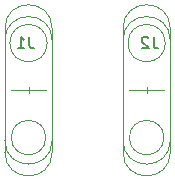
<source format=gbr>
%TF.GenerationSoftware,KiCad,Pcbnew,5.1.9+dfsg1-1+deb11u1*%
%TF.CreationDate,2023-07-29T18:46:00+09:00*%
%TF.ProjectId,probe-mount,70726f62-652d-46d6-9f75-6e742e6b6963,rev?*%
%TF.SameCoordinates,Original*%
%TF.FileFunction,Legend,Bot*%
%TF.FilePolarity,Positive*%
%FSLAX46Y46*%
G04 Gerber Fmt 4.6, Leading zero omitted, Abs format (unit mm)*
G04 Created by KiCad (PCBNEW 5.1.9+dfsg1-1+deb11u1) date 2023-07-29 18:46:00*
%MOMM*%
%LPD*%
G01*
G04 APERTURE LIST*
%ADD10C,0.120000*%
%ADD11C,0.150000*%
G04 APERTURE END LIST*
D10*
%TO.C,J1*%
X142500000Y-124750000D02*
X142500000Y-125250000D01*
X141000000Y-125000000D02*
X144000000Y-125000000D01*
X144500000Y-130250000D02*
X144500000Y-119750000D01*
X140500000Y-130250000D02*
X140500000Y-119750000D01*
X144081139Y-121000000D02*
G75*
G03*
X144081139Y-121000000I-1581139J0D01*
G01*
X143957738Y-129000000D02*
G75*
G03*
X143957738Y-129000000I-1457738J0D01*
G01*
X140500000Y-130250000D02*
G75*
G03*
X144500000Y-130250000I2000000J0D01*
G01*
X140500000Y-129250000D02*
G75*
G03*
X144500000Y-129250000I2000000J0D01*
G01*
X144500000Y-119750000D02*
G75*
G03*
X140500000Y-119750000I-2000000J0D01*
G01*
X144500000Y-120750000D02*
G75*
G03*
X140500000Y-120750000I-2000000J0D01*
G01*
%TO.C,J2*%
X153957738Y-129000000D02*
G75*
G03*
X153957738Y-129000000I-1457738J0D01*
G01*
X154081139Y-121000000D02*
G75*
G03*
X154081139Y-121000000I-1581139J0D01*
G01*
X150500000Y-130250000D02*
X150500000Y-119750000D01*
X154500000Y-130250000D02*
X154500000Y-119750000D01*
X151000000Y-125000000D02*
X154000000Y-125000000D01*
X152500000Y-124750000D02*
X152500000Y-125250000D01*
X154500000Y-120750000D02*
G75*
G03*
X150500000Y-120750000I-2000000J0D01*
G01*
X154500000Y-119750000D02*
G75*
G03*
X150500000Y-119750000I-2000000J0D01*
G01*
X150500000Y-129250000D02*
G75*
G03*
X154500000Y-129250000I2000000J0D01*
G01*
X150500000Y-130250000D02*
G75*
G03*
X154500000Y-130250000I2000000J0D01*
G01*
%TO.C,J1*%
D11*
X142583333Y-120452380D02*
X142583333Y-121166666D01*
X142630952Y-121309523D01*
X142726190Y-121404761D01*
X142869047Y-121452380D01*
X142964285Y-121452380D01*
X141583333Y-121452380D02*
X142154761Y-121452380D01*
X141869047Y-121452380D02*
X141869047Y-120452380D01*
X141964285Y-120595238D01*
X142059523Y-120690476D01*
X142154761Y-120738095D01*
%TO.C,J2*%
X153083333Y-120452380D02*
X153083333Y-121166666D01*
X153130952Y-121309523D01*
X153226190Y-121404761D01*
X153369047Y-121452380D01*
X153464285Y-121452380D01*
X152654761Y-120547619D02*
X152607142Y-120500000D01*
X152511904Y-120452380D01*
X152273809Y-120452380D01*
X152178571Y-120500000D01*
X152130952Y-120547619D01*
X152083333Y-120642857D01*
X152083333Y-120738095D01*
X152130952Y-120880952D01*
X152702380Y-121452380D01*
X152083333Y-121452380D01*
%TD*%
M02*

</source>
